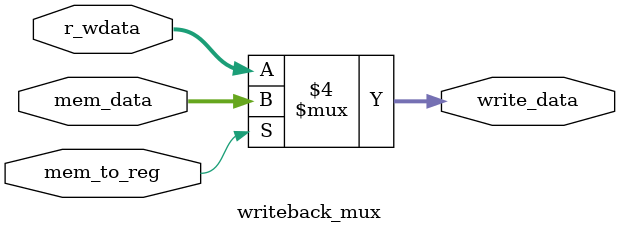
<source format=v>
`timescale 1ns / 1ps

module writeback_mux (
    input wire [31:0] r_wdata,    // 从mem_or_io得到的写回寄存器的data数据
    input wire [31:0] mem_data,   // 存储器数据
    input wire [0:0] mem_to_reg,  // 寄存器写回源选择
    output reg [31:0] write_data  // 写回数据
);
    always @(*) begin
       if(mem_to_reg == 1'b0) begin
           write_data = r_wdata;   // 选择从mem_or_io得到的数据
       end
       else begin
           write_data = mem_data;  // 选择从存储器读取的数据
       end
   end
endmodule

</source>
